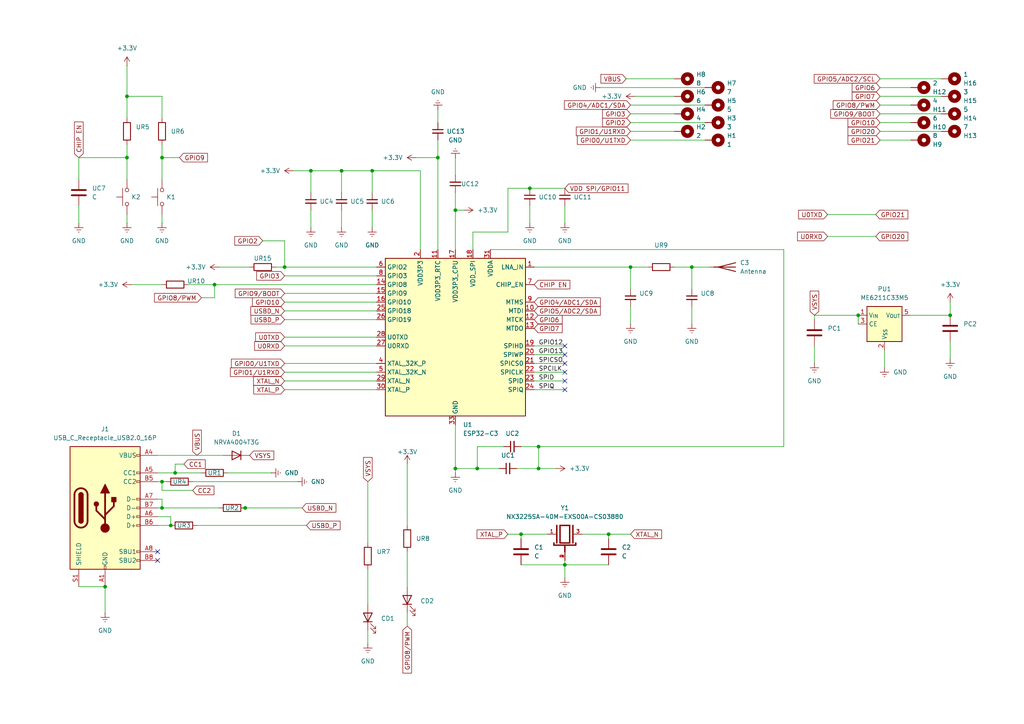
<source format=kicad_sch>
(kicad_sch (version 20231120) (generator "eeschema") (generator_version "8.0")
  (paper "A4")
  (title_block (title "ESP32-C3 ") (date "2025-01-08") (company "Asfandyar Khan"))
  (lib_symbols
    (symbol "Connector:USB_C_Receptacle_USB2.0_16P" (pin_names (offset 1.016))
      (property "Reference" "J" (at 0 22.225 0))
      (property "Value" "USB_C_Receptacle_USB2.0_16P" (at 0 19.685 0))
      (symbol "USB_C_Receptacle_USB2.0_16P_1_1"
        (pin passive line (at 0 -22.86 90) (length 5.08) (name "GND") (number "A1"))
        (pin passive line (at 0 -22.86 90) (length 5.08) hide (name "GND") (number "A12"))
        (pin passive line (at 15.24 15.24 180) (length 5.08) (name "VBUS") (number "A4"))
        (pin bidirectional line (at 15.24 10.16 180) (length 5.08) (name "CC1") (number "A5"))
        (pin bidirectional line (at 15.24 -2.54 180) (length 5.08) (name "D+") (number "A6"))
        (pin bidirectional line (at 15.24 2.54 180) (length 5.08) (name "D-") (number "A7"))
        (pin bidirectional line (at 15.24 -12.7 180) (length 5.08) (name "SBU1") (number "A8"))
        (pin passive line (at 15.24 15.24 180) (length 5.08) hide (name "VBUS") (number "A9"))
        (pin passive line (at 0 -22.86 90) (length 5.08) hide (name "GND") (number "B1"))
        (pin passive line (at 0 -22.86 90) (length 5.08) hide (name "GND") (number "B12"))
        (pin passive line (at 15.24 15.24 180) (length 5.08) hide (name "VBUS") (number "B4"))
        (pin bidirectional line (at 15.24 7.62 180) (length 5.08) (name "CC2") (number "B5"))
        (pin bidirectional line (at 15.24 -5.08 180) (length 5.08) (name "D+") (number "B6"))
        (pin bidirectional line (at 15.24 0 180) (length 5.08) (name "D-") (number "B7"))
        (pin bidirectional line (at 15.24 -15.24 180) (length 5.08) (name "SBU2") (number "B8"))
        (pin passive line (at 15.24 15.24 180) (length 5.08) hide (name "VBUS") (number "B9"))
        (pin passive line (at -7.62 -22.86 90) (length 5.08) (name "SHIELD") (number "S1"))
      )
    )
    (symbol "Device:Antenna" (pin_numbers hide) (pin_names (offset 1.016) hide)
      (property "Reference" "AE" (at -1.905 1.905 0))
      (property "Value" "Antenna" (at -1.905 0 0))
      (symbol "Antenna_1_1"
        (pin input line (at 0 -5.08 90) (length 2.54) (name "A") (number "1"))
      )
    )
    (symbol "Device:C" (pin_numbers hide) (pin_names (offset 0.254))
      (property "Reference" "C" (at 0.635 2.54 0))
      (property "Value" "C" (at 0.635 -2.54 0))
      (symbol "C_1_1"
        (pin passive line (at 0 3.81 270) (length 2.794) (name "~") (number "1"))
        (pin passive line (at 0 -3.81 90) (length 2.794) (name "~") (number "2"))
      )
    )
    (symbol "Device:C_Small" (pin_numbers hide) (pin_names (offset 0.254) hide)
      (property "Reference" "C" (at 0.254 1.778 0))
      (property "Value" "C_Small" (at 0.254 -2.032 0))
      (symbol "C_Small_1_1"
        (pin passive line (at 0 2.54 270) (length 2.032) (name "~") (number "1"))
        (pin passive line (at 0 -2.54 90) (length 2.032) (name "~") (number "2"))
      )
    )
    (symbol "Device:LED" (pin_numbers hide) (pin_names (offset 1.016) hide)
      (property "Reference" "D" (at 0 2.54 0))
      (property "Value" "LED" (at 0 -2.54 0))
      (symbol "LED_1_1"
        (pin passive line (at -3.81 0 0) (length 2.54) (name "K") (number "1"))
        (pin passive line (at 3.81 0 180) (length 2.54) (name "A") (number "2"))
      )
    )
    (symbol "Device:R" (pin_numbers hide) (pin_names (offset 0))
      (property "Reference" "R" (at 2.032 0 90))
      (property "Value" "R" (at 0 0 90))
      (symbol "R_1_1"
        (pin passive line (at 0 3.81 270) (length 1.27) (name "~") (number "1"))
        (pin passive line (at 0 -3.81 90) (length 1.27) (name "~") (number "2"))
      )
    )
    (symbol "Diode:NRVA4004T3G" (pin_numbers hide) (pin_names hide)
      (property "Reference" "D" (at 0 2.54 0))
      (property "Value" "NRVA4004T3G" (at 0 -2.54 0))
      (symbol "NRVA4004T3G_1_1"
        (pin passive line (at -3.81 0 0) (length 2.54) (name "K") (number "1"))
        (pin passive line (at 3.81 0 180) (length 2.54) (name "A") (number "2"))
      )
    )
    (symbol "MCU_Espressif:ESP32-C3"
      (property "Reference" "U" (at -17.272 23.876 0))
      (property "Value" "ESP32-C3" (at 16.256 23.876 0))
      (symbol "ESP32-C3_1_1"
        (pin bidirectional line (at 22.86 20.32 180) (length 2.54) (name "LNA_IN") (number "1"))
        (pin bidirectional line (at 22.86 7.62 180) (length 2.54) (name "MTDI") (number "10"))
        (pin power_in line (at -5.08 25.4 270) (length 2.54) (name "VDD3P3_RTC") (number "11"))
        (pin bidirectional line (at 22.86 5.08 180) (length 2.54) (name "MTCK") (number "12"))
        (pin bidirectional line (at 22.86 2.54 180) (length 2.54) (name "MTDO") (number "13"))
        (pin bidirectional line (at -22.86 15.24 0) (length 2.54) (name "GPIO8") (number "14"))
        (pin bidirectional line (at -22.86 12.7 0) (length 2.54) (name "GPIO9") (number "15"))
        (pin bidirectional line (at -22.86 10.16 0) (length 2.54) (name "GPIO10") (number "16"))
        (pin power_in line (at 0 25.4 270) (length 2.54) (name "VDD3P3_CPU") (number "17"))
        (pin power_out line (at 5.08 25.4 270) (length 2.54) (name "VDD_SPI") (number "18"))
        (pin bidirectional line (at 22.86 -2.54 180) (length 2.54) (name "SPIHD") (number "19"))
        (pin power_in line (at -10.16 25.4 270) (length 2.54) (name "VDD3P3") (number "2"))
        (pin bidirectional line (at 22.86 -5.08 180) (length 2.54) (name "SPIWP") (number "20"))
        (pin bidirectional line (at 22.86 -7.62 180) (length 2.54) (name "SPICS0") (number "21"))
        (pin bidirectional line (at 22.86 -10.16 180) (length 2.54) (name "SPICLK") (number "22"))
        (pin bidirectional line (at 22.86 -12.7 180) (length 2.54) (name "SPID") (number "23"))
        (pin bidirectional line (at 22.86 -15.24 180) (length 2.54) (name "SPIQ") (number "24"))
        (pin bidirectional line (at -22.86 7.62 0) (length 2.54) (name "GPIO18") (number "25"))
        (pin bidirectional line (at -22.86 5.08 0) (length 2.54) (name "GPIO19") (number "26"))
        (pin bidirectional line (at -22.86 -2.54 0) (length 2.54) (name "U0RXD") (number "27"))
        (pin bidirectional line (at -22.86 0 0) (length 2.54) (name "U0TXD") (number "28"))
        (pin bidirectional line (at -22.86 -12.7 0) (length 2.54) (name "XTAL_N") (number "29"))
        (pin passive line (at -10.16 25.4 270) (length 2.54) hide (name "VDD3P3") (number "3"))
        (pin bidirectional line (at -22.86 -15.24 0) (length 2.54) (name "XTAL_P") (number "30"))
        (pin power_in line (at 10.16 25.4 270) (length 2.54) (name "VDDA") (number "31"))
        (pin passive line (at 10.16 25.4 270) (length 2.54) hide (name "VDDA") (number "32"))
        (pin power_in line (at 0 -25.4 90) (length 2.54) (name "GND") (number "33"))
        (pin bidirectional line (at -22.86 -7.62 0) (length 2.54) (name "XTAL_32K_P") (number "4"))
        (pin bidirectional line (at -22.86 -10.16 0) (length 2.54) (name "XTAL_32K_N") (number "5"))
        (pin bidirectional line (at -22.86 20.32 0) (length 2.54) (name "GPIO2") (number "6"))
        (pin bidirectional line (at 22.86 15.24 180) (length 2.54) (name "CHIP_EN") (number "7"))
        (pin bidirectional line (at -22.86 17.78 0) (length 2.54) (name "GPIO3") (number "8"))
        (pin bidirectional line (at 22.86 10.16 180) (length 2.54) (name "MTMS") (number "9"))
      )
    )
    (symbol "Mechanical:MountingHole_Pad" (pin_numbers hide) (pin_names (offset 1.016) hide) (exclude_from_sim yes) (in_bom no)
      (property "Reference" "H" (at 0 6.35 0))
      (property "Value" "MountingHole_Pad" (at 0 4.445 0))
      (symbol "MountingHole_Pad_1_1"
        (pin input line (at 0 -2.54 90) (length 2.54) (name "1") (number "1"))
      )
    )
    (symbol "NX3225SA-40M-EXS00A-CS03880:NX3225SA-40M-EXS00A-CS03880" (pin_names (offset 1.016))
      (property "Reference" "Y" (at -5.08 6.35 0))
      (property "Value" "NX3225SA-40M-EXS00A-CS03880" (at -5.08 3.81 0))
      (symbol "NX3225SA-40M-EXS00A-CS03880_0_0"
        (pin passive line (at -5.08 0 0) (length 2.54) (name "~") (number "1"))
        (pin power_in line (at 0 -7.62 90) (length 2.54) (name "~") (number "2"))
        (pin passive line (at 5.08 0 180) (length 2.54) (name "~") (number "3"))
        (pin power_in line (at 0 -7.62 90) (length 2.54) (name "~") (number "4"))
      )
    )
    (symbol "Regulator_Linear:ME6211C33M5"
      (property "Reference" "U" (at -4.572 6.35 0))
      (property "Value" "ME6211C33M5" (at 10.16 8.636 0))
      (symbol "ME6211C33M5_1_1"
        (pin power_in line (at -7.62 2.54 0) (length 2.54) (name "V_{IN}") (number "1"))
        (pin power_in line (at 0 -7.62 90) (length 2.54) (name "V_{SS}") (number "2"))
        (pin input line (at -7.62 0 0) (length 2.54) (name "CE") (number "3"))
        (pin no_connect line (at 5.08 0 180) (length 2.54) hide (name "NC") (number "4"))
        (pin power_out line (at 7.62 2.54 180) (length 2.54) (name "V_{OUT}") (number "5"))
      )
    )
    (symbol "Switch:SW_Omron_B3FS" (pin_numbers hide) (pin_names (offset 1.016) hide)
      (property "Reference" "SW" (at 1.27 2.54 0))
      (property "Value" "SW_Omron_B3FS" (at 0 -1.524 0))
      (symbol "SW_Omron_B3FS_0_1"
        (pin passive line (at -5.08 0 0) (length 2.54) (name "1") (number "1"))
        (pin passive line (at 5.08 0 180) (length 2.54) (name "2") (number "2"))
      )
    )
    (symbol "power:+3.3V" (power) (pin_numbers hide) (pin_names (offset 0) hide)
      (property "Value" "+3.3V" (at 0 3.556 0))
      (symbol "+3.3V_1_1"
        (pin power_in line (at 0 0 90) (length 0) (name "~") (number "1"))
      )
    )
    (symbol "power:Earth" (power) (pin_numbers hide) (pin_names (offset 0) hide)
      (property "Value" "Earth" (at 0 -3.81 0))
      (symbol "Earth_1_1"
        (pin power_in line (at 0 0 270) (length 0) (name "~") (number "1"))
      )
    )
  )
  (junction (at 62.23 82.55))
  (junction (at 99.06 49.53))
  (junction (at 176.53 154.94))
  (junction (at 151.13 154.94))
  (junction (at 82.55 77.47))
  (junction (at 90.17 49.53))
  (junction (at 36.83 45.72))
  (junction (at 50.8 137.16))
  (junction (at 127 45.72))
  (junction (at 107.95 49.53))
  (junction (at 132.08 135.89))
  (junction (at 156.21 135.89))
  (junction (at 49.53 152.4))
  (junction (at 132.08 60.96))
  (junction (at 36.83 27.94))
  (junction (at 156.21 129.54))
  (junction (at 46.99 147.32))
  (junction (at 200.66 77.47))
  (junction (at 153.67 54.61))
  (junction (at 30.48 170.18))
  (junction (at 275.59 91.44))
  (junction (at 138.43 135.89))
  (junction (at 182.88 77.47))
  (junction (at 163.83 163.83))
  (junction (at 248.92 91.44))
  (junction (at 71.12 147.32))
  (junction (at 46.99 139.7))
  (junction (at 46.99 45.72))
  (no_connect (at 45.72 162.56))
  (no_connect (at 163.83 110.49))
  (no_connect (at 163.83 102.87))
  (no_connect (at 45.72 160.02))
  (no_connect (at 163.83 105.41))
  (no_connect (at 163.83 100.33))
  (no_connect (at 163.83 113.03))
  (no_connect (at 163.83 107.95))
  (wire (pts (xy 132.08 123.19) (xy 132.08 135.89)))
  (wire (pts (xy 82.55 87.63) (xy 109.22 87.63)))
  (wire (pts (xy 45.72 152.4) (xy 49.53 152.4)))
  (wire (pts (xy 118.11 160.02) (xy 118.11 170.18)))
  (wire (pts (xy 255.27 40.64) (xy 264.16 40.64)))
  (wire (pts (xy 146.05 129.54) (xy 138.43 129.54)))
  (wire (pts (xy 36.83 52.07) (xy 36.83 45.72)))
  (wire (pts (xy 154.94 102.87) (xy 163.83 102.87)))
  (wire (pts (xy 236.22 91.44) (xy 248.92 91.44)))
  (wire (pts (xy 154.94 107.95) (xy 163.83 107.95)))
  (wire (pts (xy 147.32 54.61) (xy 153.67 54.61)))
  (wire (pts (xy 163.83 162.56) (xy 163.83 163.83)))
  (wire (pts (xy 163.83 163.83) (xy 176.53 163.83)))
  (wire (pts (xy 127 45.72) (xy 120.65 45.72)))
  (wire (pts (xy 132.08 60.96) (xy 132.08 72.39)))
  (wire (pts (xy 106.68 139.7) (xy 106.68 157.48)))
  (wire (pts (xy 55.88 139.7) (xy 86.36 139.7)))
  (wire (pts (xy 154.94 110.49) (xy 163.83 110.49)))
  (wire (pts (xy 38.1 82.55) (xy 46.99 82.55)))
  (wire (pts (xy 76.2 69.85) (xy 82.55 69.85)))
  (wire (pts (xy 22.86 59.69) (xy 22.86 64.77)))
  (wire (pts (xy 142.24 72.39) (xy 227.33 72.39)))
  (wire (pts (xy 132.08 50.8) (xy 132.08 45.72)))
  (wire (pts (xy 275.59 87.63) (xy 275.59 91.44)))
  (wire (pts (xy 138.43 129.54) (xy 138.43 135.89)))
  (wire (pts (xy 255.27 38.1) (xy 273.05 38.1)))
  (wire (pts (xy 45.72 149.86) (xy 49.53 149.86)))
  (wire (pts (xy 255.27 25.4) (xy 264.16 25.4)))
  (wire (pts (xy 255.27 27.94) (xy 273.05 27.94)))
  (wire (pts (xy 154.94 113.03) (xy 163.83 113.03)))
  (wire (pts (xy 82.55 77.47) (xy 109.22 77.47)))
  (wire (pts (xy 49.53 149.86) (xy 49.53 152.4)))
  (wire (pts (xy 45.72 139.7) (xy 46.99 139.7)))
  (wire (pts (xy 71.12 147.32) (xy 69.85 147.32)))
  (wire (pts (xy 256.54 101.6) (xy 256.54 106.68)))
  (wire (pts (xy 82.55 69.85) (xy 82.55 77.47)))
  (wire (pts (xy 236.22 100.33) (xy 236.22 105.41)))
  (wire (pts (xy 118.11 177.8) (xy 118.11 181.61)))
  (wire (pts (xy 90.17 49.53) (xy 99.06 49.53)))
  (wire (pts (xy 46.99 45.72) (xy 52.07 45.72)))
  (wire (pts (xy 176.53 154.94) (xy 176.53 156.21)))
  (wire (pts (xy 45.72 132.08) (xy 64.77 132.08)))
  (wire (pts (xy 36.83 27.94) (xy 36.83 34.29)))
  (wire (pts (xy 132.08 135.89) (xy 138.43 135.89)))
  (wire (pts (xy 66.04 137.16) (xy 78.74 137.16)))
  (wire (pts (xy 151.13 129.54) (xy 156.21 129.54)))
  (wire (pts (xy 62.23 82.55) (xy 109.22 82.55)))
  (wire (pts (xy 227.33 129.54) (xy 156.21 129.54)))
  (wire (pts (xy 106.68 165.1) (xy 106.68 175.26)))
  (wire (pts (xy 121.92 49.53) (xy 107.95 49.53)))
  (wire (pts (xy 156.21 135.89) (xy 161.29 135.89)))
  (wire (pts (xy 46.99 34.29) (xy 46.99 27.94)))
  (wire (pts (xy 82.55 85.09) (xy 109.22 85.09)))
  (wire (pts (xy 127 31.75) (xy 127 35.56)))
  (wire (pts (xy 54.61 82.55) (xy 62.23 82.55)))
  (wire (pts (xy 22.86 45.72) (xy 22.86 52.07)))
  (wire (pts (xy 200.66 88.9) (xy 200.66 93.98)))
  (wire (pts (xy 182.88 88.9) (xy 182.88 93.98)))
  (wire (pts (xy 46.99 62.23) (xy 46.99 64.77)))
  (wire (pts (xy 153.67 59.69) (xy 153.67 64.77)))
  (wire (pts (xy 195.58 77.47) (xy 200.66 77.47)))
  (wire (pts (xy 121.92 72.39) (xy 121.92 49.53)))
  (wire (pts (xy 138.43 135.89) (xy 144.78 135.89)))
  (wire (pts (xy 45.72 137.16) (xy 50.8 137.16)))
  (wire (pts (xy 36.83 19.05) (xy 36.83 27.94)))
  (wire (pts (xy 182.88 83.82) (xy 182.88 77.47)))
  (wire (pts (xy 137.16 72.39) (xy 137.16 67.31)))
  (wire (pts (xy 182.88 38.1) (xy 195.58 38.1)))
  (wire (pts (xy 151.13 154.94) (xy 151.13 156.21)))
  (wire (pts (xy 82.55 107.95) (xy 109.22 107.95)))
  (wire (pts (xy 132.08 135.89) (xy 132.08 137.16)))
  (wire (pts (xy 154.94 105.41) (xy 163.83 105.41)))
  (wire (pts (xy 82.55 113.03) (xy 109.22 113.03)))
  (wire (pts (xy 55.88 142.24) (xy 46.99 142.24)))
  (wire (pts (xy 82.55 80.01) (xy 109.22 80.01)))
  (wire (pts (xy 200.66 77.47) (xy 205.74 77.47)))
  (wire (pts (xy 182.88 40.64) (xy 204.47 40.64)))
  (wire (pts (xy 137.16 67.31) (xy 147.32 67.31)))
  (wire (pts (xy 46.99 147.32) (xy 63.5 147.32)))
  (wire (pts (xy 106.68 182.88) (xy 106.68 186.69)))
  (wire (pts (xy 82.55 105.41) (xy 109.22 105.41)))
  (wire (pts (xy 181.61 22.86) (xy 195.58 22.86)))
  (wire (pts (xy 227.33 72.39) (xy 227.33 129.54)))
  (wire (pts (xy 248.92 91.44) (xy 248.92 93.98)))
  (wire (pts (xy 82.55 110.49) (xy 109.22 110.49)))
  (wire (pts (xy 57.15 152.4) (xy 88.9 152.4)))
  (wire (pts (xy 153.67 54.61) (xy 163.83 54.61)))
  (wire (pts (xy 154.94 100.33) (xy 163.83 100.33)))
  (wire (pts (xy 163.83 163.83) (xy 163.83 167.64)))
  (wire (pts (xy 36.83 45.72) (xy 22.86 45.72)))
  (wire (pts (xy 151.13 154.94) (xy 158.75 154.94)))
  (wire (pts (xy 90.17 55.88) (xy 90.17 49.53)))
  (wire (pts (xy 99.06 60.96) (xy 99.06 66.04)))
  (wire (pts (xy 107.95 60.96) (xy 107.95 66.04)))
  (wire (pts (xy 255.27 30.48) (xy 264.16 30.48)))
  (wire (pts (xy 184.15 27.94) (xy 195.58 27.94)))
  (wire (pts (xy 62.23 86.36) (xy 62.23 82.55)))
  (wire (pts (xy 240.03 68.58) (xy 254 68.58)))
  (wire (pts (xy 255.27 35.56) (xy 264.16 35.56)))
  (wire (pts (xy 80.01 77.47) (xy 82.55 77.47)))
  (wire (pts (xy 154.94 77.47) (xy 182.88 77.47)))
  (wire (pts (xy 99.06 49.53) (xy 107.95 49.53)))
  (wire (pts (xy 30.48 170.18) (xy 30.48 177.8)))
  (wire (pts (xy 36.83 62.23) (xy 36.83 64.77)))
  (wire (pts (xy 46.99 144.78) (xy 45.72 144.78)))
  (wire (pts (xy 240.03 62.23) (xy 254 62.23)))
  (wire (pts (xy 176.53 154.94) (xy 182.88 154.94)))
  (wire (pts (xy 71.12 147.32) (xy 87.63 147.32)))
  (wire (pts (xy 50.8 134.62) (xy 50.8 137.16)))
  (wire (pts (xy 132.08 55.88) (xy 132.08 60.96)))
  (wire (pts (xy 168.91 154.94) (xy 176.53 154.94)))
  (wire (pts (xy 264.16 91.44) (xy 275.59 91.44)))
  (wire (pts (xy 151.13 163.83) (xy 163.83 163.83)))
  (wire (pts (xy 82.55 97.79) (xy 109.22 97.79)))
  (wire (pts (xy 147.32 67.31) (xy 147.32 54.61)))
  (wire (pts (xy 107.95 55.88) (xy 107.95 49.53)))
  (wire (pts (xy 82.55 90.17) (xy 109.22 90.17)))
  (wire (pts (xy 173.99 25.4) (xy 204.47 25.4)))
  (wire (pts (xy 236.22 92.71) (xy 236.22 91.44)))
  (wire (pts (xy 127 40.64) (xy 127 45.72)))
  (wire (pts (xy 90.17 60.96) (xy 90.17 66.04)))
  (wire (pts (xy 46.99 45.72) (xy 46.99 52.07)))
  (wire (pts (xy 85.09 49.53) (xy 90.17 49.53)))
  (wire (pts (xy 63.5 77.47) (xy 72.39 77.47)))
  (wire (pts (xy 82.55 92.71) (xy 109.22 92.71)))
  (wire (pts (xy 45.72 147.32) (xy 46.99 147.32)))
  (wire (pts (xy 156.21 129.54) (xy 156.21 135.89)))
  (wire (pts (xy 127 72.39) (xy 127 45.72)))
  (wire (pts (xy 147.32 154.94) (xy 151.13 154.94)))
  (wire (pts (xy 149.86 135.89) (xy 156.21 135.89)))
  (wire (pts (xy 255.27 22.86) (xy 273.05 22.86)))
  (wire (pts (xy 182.88 33.02) (xy 195.58 33.02)))
  (wire (pts (xy 163.83 59.69) (xy 163.83 64.77)))
  (wire (pts (xy 36.83 41.91) (xy 36.83 45.72)))
  (wire (pts (xy 46.99 41.91) (xy 46.99 45.72)))
  (wire (pts (xy 255.27 33.02) (xy 273.05 33.02)))
  (wire (pts (xy 46.99 139.7) (xy 48.26 139.7)))
  (wire (pts (xy 82.55 100.33) (xy 109.22 100.33)))
  (wire (pts (xy 53.34 134.62) (xy 50.8 134.62)))
  (wire (pts (xy 46.99 142.24) (xy 46.99 139.7)))
  (wire (pts (xy 275.59 99.06) (xy 275.59 104.14)))
  (wire (pts (xy 182.88 30.48) (xy 204.47 30.48)))
  (wire (pts (xy 118.11 134.62) (xy 118.11 152.4)))
  (wire (pts (xy 58.42 86.36) (xy 62.23 86.36)))
  (wire (pts (xy 99.06 55.88) (xy 99.06 49.53)))
  (wire (pts (xy 50.8 137.16) (xy 58.42 137.16)))
  (wire (pts (xy 182.88 77.47) (xy 187.96 77.47)))
  (wire (pts (xy 46.99 147.32) (xy 46.99 144.78)))
  (wire (pts (xy 132.08 60.96) (xy 134.62 60.96)))
  (wire (pts (xy 22.86 170.18) (xy 30.48 170.18)))
  (wire (pts (xy 182.88 35.56) (xy 204.47 35.56)))
  (wire (pts (xy 46.99 27.94) (xy 36.83 27.94)))
  (wire (pts (xy 200.66 83.82) (xy 200.66 77.47)))
  (label "SPIQ" (at 156.21 113.03 0))
  (label "GPIO12" (at 156.21 100.33 0))
  (label "SPICSO" (at 156.21 105.41 0))
  (label "SPID" (at 156.21 110.49 0))
  (label "SPCILK" (at 156.21 107.95 0))
  (label "GPIO13" (at 156.21 102.87 0))
  (global_label "GPIO4{slash}ADC1{slash}SDA" (shape input) (at 154.94 87.63 0) (property "Intersheetrefs" "${INTERSHEET_REFS}" (effects (hide yes))))
  (global_label "USBD_N" (shape input) (at 87.63 147.32 0) (property "Intersheetrefs" "${INTERSHEET_REFS}" (effects (hide yes))))
  (global_label "XTAL_P" (shape input) (at 82.55 113.03 180) (property "Intersheetrefs" "${INTERSHEET_REFS}" (effects (hide yes))))
  (global_label "GPIO20" (shape input) (at 255.27 38.1 180) (property "Intersheetrefs" "${INTERSHEET_REFS}" (effects (hide yes))))
  (global_label "USBD_P" (shape input) (at 82.55 92.71 180) (property "Intersheetrefs" "${INTERSHEET_REFS}" (effects (hide yes))))
  (global_label "CHIP EN" (shape input) (at 22.86 45.72 90) (property "Intersheetrefs" "${INTERSHEET_REFS}" (effects (hide yes))))
  (global_label "USBD_P" (shape input) (at 88.9 152.4 0) (property "Intersheetrefs" "${INTERSHEET_REFS}" (effects (hide yes))))
  (global_label "GPIO21" (shape input) (at 254 62.23 0) (property "Intersheetrefs" "${INTERSHEET_REFS}" (effects (hide yes))))
  (global_label "GPIO5{slash}ADC2{slash}SDA" (shape input) (at 154.94 90.17 0) (property "Intersheetrefs" "${INTERSHEET_REFS}" (effects (hide yes))))
  (global_label "XTAL_P" (shape input) (at 147.32 154.94 180) (property "Intersheetrefs" "${INTERSHEET_REFS}" (effects (hide yes))))
  (global_label "GPIO8{slash}PWM" (shape input) (at 58.42 86.36 180) (property "Intersheetrefs" "${INTERSHEET_REFS}" (effects (hide yes))))
  (global_label "XTAL_N" (shape input) (at 82.55 110.49 180) (property "Intersheetrefs" "${INTERSHEET_REFS}" (effects (hide yes))))
  (global_label "GPIO9{slash}BOOT" (shape input) (at 82.55 85.09 180) (property "Intersheetrefs" "${INTERSHEET_REFS}" (effects (hide yes))))
  (global_label "GPIO6" (shape input) (at 154.94 92.71 0) (property "Intersheetrefs" "${INTERSHEET_REFS}" (effects (hide yes))))
  (global_label "GPIO7" (shape input) (at 154.94 95.25 0) (property "Intersheetrefs" "${INTERSHEET_REFS}" (effects (hide yes))))
  (global_label "GPIO8{slash}PWM" (shape input) (at 255.27 30.48 180) (property "Intersheetrefs" "${INTERSHEET_REFS}" (effects (hide yes))))
  (global_label "GPIO10" (shape input) (at 255.27 35.56 180) (property "Intersheetrefs" "${INTERSHEET_REFS}" (effects (hide yes))))
  (global_label "GPIO0{slash}U1TXD" (shape input) (at 182.88 40.64 180) (property "Intersheetrefs" "${INTERSHEET_REFS}" (effects (hide yes))))
  (global_label "U0RXD" (shape input) (at 240.03 68.58 180) (property "Intersheetrefs" "${INTERSHEET_REFS}" (effects (hide yes))))
  (global_label "GPIO9{slash}BOOT" (shape input) (at 255.27 33.02 180) (property "Intersheetrefs" "${INTERSHEET_REFS}" (effects (hide yes))))
  (global_label "CC1" (shape input) (at 53.34 134.62 0) (property "Intersheetrefs" "${INTERSHEET_REFS}" (effects (hide yes))))
  (global_label "GPIO9" (shape input) (at 52.07 45.72 0) (property "Intersheetrefs" "${INTERSHEET_REFS}" (effects (hide yes))))
  (global_label "GPIO3" (shape input) (at 182.88 33.02 180) (property "Intersheetrefs" "${INTERSHEET_REFS}" (effects (hide yes))))
  (global_label "CC2" (shape input) (at 55.88 142.24 0) (property "Intersheetrefs" "${INTERSHEET_REFS}" (effects (hide yes))))
  (global_label "U0RXD" (shape input) (at 82.55 100.33 180) (property "Intersheetrefs" "${INTERSHEET_REFS}" (effects (hide yes))))
  (global_label "VBUS" (shape input) (at 57.15 132.08 90) (property "Intersheetrefs" "${INTERSHEET_REFS}" (effects (hide yes))))
  (global_label "GPIO2" (shape input) (at 76.2 69.85 180) (property "Intersheetrefs" "${INTERSHEET_REFS}" (effects (hide yes))))
  (global_label "VSYS" (shape input) (at 106.68 139.7 90) (property "Intersheetrefs" "${INTERSHEET_REFS}" (effects (hide yes))))
  (global_label "GPIO1{slash}U1RXD" (shape input) (at 182.88 38.1 180) (property "Intersheetrefs" "${INTERSHEET_REFS}" (effects (hide yes))))
  (global_label "XTAL_N" (shape input) (at 182.88 154.94 0) (property "Intersheetrefs" "${INTERSHEET_REFS}" (effects (hide yes))))
  (global_label "GPIO7" (shape input) (at 255.27 27.94 180) (property "Intersheetrefs" "${INTERSHEET_REFS}" (effects (hide yes))))
  (global_label "U0TXD" (shape input) (at 82.55 97.79 180) (property "Intersheetrefs" "${INTERSHEET_REFS}" (effects (hide yes))))
  (global_label "GPIO10" (shape input) (at 82.55 87.63 180) (property "Intersheetrefs" "${INTERSHEET_REFS}" (effects (hide yes))))
  (global_label "U0TXD" (shape input) (at 240.03 62.23 180) (property "Intersheetrefs" "${INTERSHEET_REFS}" (effects (hide yes))))
  (global_label "VDD SPI{slash}GPIO11" (shape input) (at 163.83 54.61 0) (property "Intersheetrefs" "${INTERSHEET_REFS}" (effects (hide yes))))
  (global_label "GPIO2" (shape input) (at 182.88 35.56 180) (property "Intersheetrefs" "${INTERSHEET_REFS}" (effects (hide yes))))
  (global_label "GPIO4{slash}ADC1{slash}SDA" (shape input) (at 182.88 30.48 180) (property "Intersheetrefs" "${INTERSHEET_REFS}" (effects (hide yes))))
  (global_label "GPIO3" (shape input) (at 82.55 80.01 180) (property "Intersheetrefs" "${INTERSHEET_REFS}" (effects (hide yes))))
  (global_label "VSYS" (shape input) (at 236.22 91.44 90) (property "Intersheetrefs" "${INTERSHEET_REFS}" (effects (hide yes))))
  (global_label "VBUS" (shape input) (at 181.61 22.86 180) (property "Intersheetrefs" "${INTERSHEET_REFS}" (effects (hide yes))))
  (global_label "GPIO20" (shape input) (at 254 68.58 0) (property "Intersheetrefs" "${INTERSHEET_REFS}" (effects (hide yes))))
  (global_label "GPIO8{slash}PWM" (shape input) (at 118.11 181.61 270) (property "Intersheetrefs" "${INTERSHEET_REFS}" (effects (hide yes))))
  (global_label "GPIO0{slash}U1TXD" (shape input) (at 82.55 105.41 180) (property "Intersheetrefs" "${INTERSHEET_REFS}" (effects (hide yes))))
  (global_label "GPIO5{slash}ADC2{slash}SCL" (shape input) (at 255.27 22.86 180) (property "Intersheetrefs" "${INTERSHEET_REFS}" (effects (hide yes))))
  (global_label "GPIO1{slash}U1RXD" (shape input) (at 82.55 107.95 180) (property "Intersheetrefs" "${INTERSHEET_REFS}" (effects (hide yes))))
  (global_label "CHIP EN" (shape input) (at 154.94 82.55 0) (property "Intersheetrefs" "${INTERSHEET_REFS}" (effects (hide yes))))
  (global_label "VSYS" (shape input) (at 72.39 132.08 0) (property "Intersheetrefs" "${INTERSHEET_REFS}" (effects (hide yes))))
  (global_label "USBD_N" (shape input) (at 82.55 90.17 180) (property "Intersheetrefs" "${INTERSHEET_REFS}" (effects (hide yes))))
  (global_label "GPIO6" (shape input) (at 255.27 25.4 180) (property "Intersheetrefs" "${INTERSHEET_REFS}" (effects (hide yes))))
  (global_label "GPIO21" (shape input) (at 255.27 40.64 180) (property "Intersheetrefs" "${INTERSHEET_REFS}" (effects (hide yes))))
  (symbol (lib_id "Device:R") (at 46.99 38.1 0) (unit 1)
    (property "Reference" "UR6" (at 49.53 38.0999 0) (effects (justify left)))
    (property "Value" "10" (effects (hide yes)))
    (property "Footprint" "RC0201FR-0768KL:RESC0603X26N" (effects (hide yes)))
    (property "Description" "Resistor" (effects (hide yes)))
  )
  (symbol (lib_id "power:Earth") (at 132.08 45.72 180) (unit 1)
    (property "Reference" "#PWR011" (effects (hide yes)))
    (property "Value" "GND" (at 132.08 40.64 0))
    (property "Description" "Power symbol creates a global label with name \"Earth\"" (effects (hide yes)))
  )
  (symbol (lib_id "power:+3.3V") (at 120.65 45.72 90) (unit 1)
    (property "Reference" "#PWR08" (effects (hide yes)))
    (property "Value" "+3.3V" (at 116.84 45.7199 90) (effects (justify left)))
    (property "Description" "Power symbol creates a global label with name \"+3.3V\"" (effects (hide yes)))
  )
  (symbol (lib_id "power:+3.3V") (at 161.29 135.89 270) (unit 1)
    (property "Reference" "#PWR016" (effects (hide yes)))
    (property "Value" "+3.3V" (at 165.1 135.8899 90) (effects (justify left)))
    (property "Description" "Power symbol creates a global label with name \"+3.3V\"" (effects (hide yes)))
  )
  (symbol (lib_id "power:Earth") (at 163.83 64.77 0) (unit 1)
    (property "Reference" "#PWR014" (effects (hide yes)))
    (property "Value" "GND" (at 163.83 69.85 0))
    (property "Description" "Power symbol creates a global label with name \"Earth\"" (effects (hide yes)))
  )
  (symbol (lib_id "power:Earth") (at 163.83 167.64 0) (unit 1)
    (property "Reference" "#PWR017" (effects (hide yes)))
    (property "Value" "GND" (at 163.83 172.72 0))
    (property "Description" "Power symbol creates a global label with name \"Earth\"" (effects (hide yes)))
  )
  (symbol (lib_id "Device:C_Small") (at 200.66 86.36 0) (unit 1)
    (property "Reference" "UC8" (at 203.2 85.0962 0) (effects (justify left)))
    (property "Value" "C" (effects (hide yes)))
    (property "Footprint" "GRM033R61E431KA01D:CAPC0603X33N" (effects (hide yes)))
    (property "Description" "Unpolarized capacitor, small symbol" (effects (hide yes)))
  )
  (symbol (lib_id "power:Earth") (at 78.74 137.16 90) (unit 1)
    (property "Reference" "#PWR031" (effects (hide yes)))
    (property "Value" "GND" (at 82.55 137.1599 90) (effects (justify right)))
    (property "Description" "Power symbol creates a global label with name \"Earth\"" (effects (hide yes)))
  )
  (symbol (lib_id "power:+3.3V") (at 36.83 19.05 0) (unit 1)
    (property "Reference" "#PWR020" (effects (hide yes)))
    (property "Value" "+3.3V" (at 36.83 13.97 0))
    (property "Description" "Power symbol creates a global label with name \"+3.3V\"" (effects (hide yes)))
  )
  (symbol (lib_id "power:+3.3V") (at 184.15 27.94 90) (unit 1)
    (property "Reference" "#PWR028" (effects (hide yes)))
    (property "Value" "+3.3V" (at 180.34 27.9399 90) (effects (justify left)))
    (property "Description" "Power symbol creates a global label with name \"+3.3V\"" (effects (hide yes)))
  )
  (symbol (lib_id "MCU_Espressif:ESP32-C3") (at 132.08 97.79 0) (unit 1)
    (property "Reference" "U1" (at 134.2741 123.19 0) (effects (justify left)))
    (property "Value" "ESP32-C3" (at 134.2741 125.73 0) (effects (justify left)))
    (property "Footprint" "ESP32C3:QFN32_5X5MM" (effects (hide yes)))
    (property "Datasheet" "https://www.espressif.com/sites/default/files/documentation/esp32-c3_datasheet_en.pdf" (effects (hide yes)))
    (property "Description" "RF Module, ESP32 SoC, RISC-V, WiFi 802.11b/n/g, Bluetooth LE 5, QFN32" (effects (hide yes)))
  )
  (symbol (lib_id "Device:C_Small") (at 132.08 53.34 180) (unit 1)
    (property "Reference" "UC12" (at 138.938 53.34 0) (effects (justify left)))
    (property "Value" "C" (effects (hide yes)))
    (property "Footprint" "GRM033R61E431KA01D:CAPC0603X33N" (effects (hide yes)))
    (property "Description" "Unpolarized capacitor, small symbol" (effects (hide yes)))
  )
  (symbol (lib_id "Device:C") (at 22.86 55.88 0) (unit 1)
    (property "Reference" "UC7" (at 26.67 54.6099 0) (effects (justify left)))
    (property "Value" "C" (at 26.67 57.1499 0) (effects (justify left)))
    (property "Footprint" "GRM033R61E431KA01D:CAPC0603X33N" (effects (hide yes)))
    (property "Description" "Unpolarized capacitor" (effects (hide yes)))
  )
  (symbol (lib_id "power:Earth") (at 36.83 64.77 0) (unit 1)
    (property "Reference" "#PWR019" (effects (hide yes)))
    (property "Value" "GND" (at 36.83 69.85 0))
    (property "Description" "Power symbol creates a global label with name \"Earth\"" (effects (hide yes)))
  )
  (symbol (lib_id "power:Earth") (at 86.36 139.7 90) (unit 1)
    (property "Reference" "#PWR032" (effects (hide yes)))
    (property "Value" "GND" (at 90.17 139.6999 90) (effects (justify right)))
    (property "Description" "Power symbol creates a global label with name \"Earth\"" (effects (hide yes)))
  )
  (symbol (lib_id "Device:R") (at 191.77 77.47 90) (unit 1)
    (property "Reference" "UR9" (at 191.77 71.12 90))
    (property "Value" "R" (effects (hide yes)))
    (property "Footprint" "RC0201FR-0768KL:RESC0603X26N" (effects (hide yes)))
    (property "Description" "Resistor" (effects (hide yes)))
  )
  (symbol (lib_id "power:+3.3V") (at 85.09 49.53 90) (unit 1)
    (property "Reference" "#PWR06" (effects (hide yes)))
    (property "Value" "+3.3V" (at 81.28 49.5299 90) (effects (justify left)))
    (property "Description" "Power symbol creates a global label with name \"+3.3V\"" (effects (hide yes)))
  )
  (symbol (lib_id "Device:C_Small") (at 163.83 57.15 0) (unit 1)
    (property "Reference" "UC11" (at 166.37 57.1562 0) (effects (justify left)))
    (property "Value" "C" (effects (hide yes)))
    (property "Footprint" "GRM033R61E431KA01D:CAPC0603X33N" (effects (hide yes)))
    (property "Description" "Unpolarized capacitor, small symbol" (effects (hide yes)))
  )
  (symbol (lib_id "Mechanical:MountingHole_Pad") (at 266.7 35.56 270) (mirror x) (unit 1) (exclude_from_sim yes) (in_bom no)
    (property "Reference" "H10" (at 270.51 36.8301 90) (effects (justify left)))
    (property "Value" "6" (at 270.51 34.2901 90) (effects (justify left)))
    (property "Footprint" "Connector_Pin:Pin_D1.1mm_L8.5mm_W2.5mm_FlatFork" (effects (hide yes)))
    (property "Description" "Mounting Hole with connection" (effects (hide yes)))
  )
  (symbol (lib_id "power:Earth") (at 200.66 93.98 0) (unit 1)
    (property "Reference" "#PWR02" (effects (hide yes)))
    (property "Value" "GND" (at 200.66 99.06 0))
    (property "Description" "Power symbol creates a global label with name \"Earth\"" (effects (hide yes)))
  )
  (symbol (lib_id "Device:R") (at 36.83 38.1 0) (unit 1)
    (property "Reference" "UR5" (at 39.37 36.8299 0) (effects (justify left)))
    (property "Value" "R" (effects (hide yes)))
    (property "Footprint" "RC0201FR-0768KL:RESC0603X26N" (effects (hide yes)))
    (property "Description" "Resistor" (effects (hide yes)))
  )
  (symbol (lib_id "Mechanical:MountingHole_Pad") (at 207.01 30.48 270) (unit 1) (exclude_from_sim yes) (in_bom no)
    (property "Reference" "H5" (at 210.82 29.2099 90) (effects (justify left)))
    (property "Value" "5" (at 210.82 31.7499 90) (effects (justify left)))
    (property "Footprint" "Connector_Pin:Pin_D1.1mm_L8.5mm_W2.5mm_FlatFork" (effects (hide yes)))
    (property "Description" "Mounting Hole with connection" (effects (hide yes)))
  )
  (symbol (lib_id "Mechanical:MountingHole_Pad") (at 207.01 25.4 270) (unit 1) (exclude_from_sim yes) (in_bom no)
    (property "Reference" "H7" (at 210.82 24.1299 90) (effects (justify left)))
    (property "Value" "7" (at 210.82 26.6699 90) (effects (justify left)))
    (property "Footprint" "Connector_Pin:Pin_D1.1mm_L8.5mm_W2.5mm_FlatFork" (effects (hide yes)))
    (property "Description" "Mounting Hole with connection" (effects (hide yes)))
  )
  (symbol (lib_id "Mechanical:MountingHole_Pad") (at 275.59 38.1 270) (mirror x) (unit 1) (exclude_from_sim yes) (in_bom no)
    (property "Reference" "H13" (at 279.4 39.3701 90) (effects (justify left)))
    (property "Value" "7" (at 279.4 36.8301 90) (effects (justify left)))
    (property "Footprint" "Connector_Pin:Pin_D1.1mm_L8.5mm_W2.5mm_FlatFork" (effects (hide yes)))
    (property "Description" "Mounting Hole with connection" (effects (hide yes)))
  )
  (symbol (lib_id "power:Earth") (at 90.17 66.04 0) (unit 1)
    (property "Reference" "#PWR05" (effects (hide yes)))
    (property "Value" "GND" (at 90.17 71.12 0))
    (property "Description" "Power symbol creates a global label with name \"Earth\"" (effects (hide yes)))
  )
  (symbol (lib_id "power:Earth") (at 127 31.75 180) (unit 1)
    (property "Reference" "#PWR09" (effects (hide yes)))
    (property "Value" "GND" (at 127 26.67 0))
    (property "Description" "Power symbol creates a global label with name \"Earth\"" (effects (hide yes)))
  )
  (symbol (lib_id "Mechanical:MountingHole_Pad") (at 275.59 27.94 270) (mirror x) (unit 1) (exclude_from_sim yes) (in_bom no)
    (property "Reference" "H15" (at 279.4 29.2101 90) (effects (justify left)))
    (property "Value" "3" (at 279.4 26.6701 90) (effects (justify left)))
    (property "Footprint" "Connector_Pin:Pin_D1.1mm_L8.5mm_W2.5mm_FlatFork" (effects (hide yes)))
    (property "Description" "Mounting Hole with connection" (effects (hide yes)))
  )
  (symbol (lib_id "Mechanical:MountingHole_Pad") (at 275.59 33.02 270) (mirror x) (unit 1) (exclude_from_sim yes) (in_bom no)
    (property "Reference" "H14" (at 279.4 34.2901 90) (effects (justify left)))
    (property "Value" "5" (at 279.4 31.7501 90) (effects (justify left)))
    (property "Footprint" "Connector_Pin:Pin_D1.1mm_L8.5mm_W2.5mm_FlatFork" (effects (hide yes)))
    (property "Description" "Mounting Hole with connection" (effects (hide yes)))
  )
  (symbol (lib_id "Device:C") (at 275.59 95.25 0) (unit 1)
    (property "Reference" "PC2" (at 279.4 93.9799 0) (effects (justify left)))
    (property "Value" "C" (effects (hide yes)))
    (property "Footprint" "C0402C152J5GACTU:CAPC1005X55N" (effects (hide yes)))
    (property "Description" "Unpolarized capacitor" (effects (hide yes)))
  )
  (symbol (lib_id "Mechanical:MountingHole_Pad") (at 266.7 25.4 270) (mirror x) (unit 1) (exclude_from_sim yes) (in_bom no)
    (property "Reference" "H12" (at 270.51 26.6701 90) (effects (justify left)))
    (property "Value" "2" (at 270.51 24.1301 90) (effects (justify left)))
    (property "Footprint" "Connector_Pin:Pin_D1.1mm_L8.5mm_W2.5mm_FlatFork" (effects (hide yes)))
    (property "Description" "Mounting Hole with connection" (effects (hide yes)))
  )
  (symbol (lib_id "Device:R") (at 106.68 161.29 0) (unit 1)
    (property "Reference" "UR7" (at 109.22 160.0199 0) (effects (justify left)))
    (property "Value" "R" (effects (hide yes)))
    (property "Footprint" "RC0201FR-0768KL:RESC0603X26N" (effects (hide yes)))
    (property "Description" "Resistor" (effects (hide yes)))
  )
  (symbol (lib_id "NX3225SA-40M-EXS00A-CS03880:NX3225SA-40M-EXS00A-CS03880") (at 163.83 154.94 0) (unit 1)
    (property "Reference" "Y1" (at 163.83 147.32 0))
    (property "Value" "NX3225SA-40M-EXS00A-CS03880" (at 163.83 149.86 0))
    (property "Footprint" "NX3225SA-40M-EXS00A-CS03880:OSCCC320X250X60" (effects (hide yes)))
    (property "MF" "NDK America, Inc." (effects (hide yes)))
    (property "MAXIMUM_PACKAGE_HEIGHT" "0.6 mm" (effects (hide yes)))
    (property "Package" "SMD-4 NDK America," (effects (hide yes)))
    (property "Price" "None" (effects (hide yes)))
    (property "Check_prices" "https://www.snapeda.com/parts/NX3225SA-40M-EXS00A-CS03880/NDK/view-part/?ref=eda" (effects (hide yes)))
    (property "STANDARD" "IPC 7351B" (effects (hide yes)))
    (property "PARTREV" "August.07.2014" (effects (hide yes)))
    (property "SnapEDA_Link" "https://www.snapeda.com/parts/NX3225SA-40M-EXS00A-CS03880/NDK/view-part/?ref=snap" (effects (hide yes)))
    (property "MP" "NX3225SA-40M-EXS00A-CS03880" (effects (hide yes)))
    (property "Description_1" "\n                        \n                            40 MHz ±10ppm Crystal 10pF 50 Ohms 4-SMD, No Lead\n                        \n" (effects (hide yes)))
    (property "Availability" "In Stock" (effects (hide yes)))
    (property "MANUFACTURER" "NDK" (effects (hide yes)))
  )
  (symbol (lib_id "Device:C") (at 151.13 160.02 0) (unit 1)
    (property "Reference" "C1" (at 154.94 158.7499 0) (effects (justify left)))
    (property "Value" "C" (at 154.94 161.2899 0) (effects (justify left)))
    (property "Footprint" "GRM033R61E431KA01D:CAPC0603X33N" (effects (hide yes)))
    (property "Description" "Unpolarized capacitor" (effects (hide yes)))
  )
  (symbol (lib_id "power:Earth") (at 132.08 137.16 0) (unit 1)
    (property "Reference" "#PWR015" (effects (hide yes)))
    (property "Value" "GND" (at 132.08 142.24 0))
    (property "Description" "Power symbol creates a global label with name \"Earth\"" (effects (hide yes)))
  )
  (symbol (lib_id "power:Earth") (at 46.99 64.77 0) (unit 1)
    (property "Reference" "#PWR021" (effects (hide yes)))
    (property "Value" "GND" (at 46.99 69.85 0))
    (property "Description" "Power symbol creates a global label with name \"Earth\"" (effects (hide yes)))
  )
  (symbol (lib_id "power:Earth") (at 173.99 25.4 270) (unit 1)
    (property "Reference" "#PWR027" (effects (hide yes)))
    (property "Value" "GND" (at 170.18 25.3999 90) (effects (justify right)))
    (property "Description" "Power symbol creates a global label with name \"Earth\"" (effects (hide yes)))
  )
  (symbol (lib_id "power:Earth") (at 22.86 64.77 0) (unit 1)
    (property "Reference" "#PWR018" (effects (hide yes)))
    (property "Value" "GND" (at 22.86 69.85 0))
    (property "Description" "Power symbol creates a global label with name \"Earth\"" (effects (hide yes)))
  )
  (symbol (lib_id "Mechanical:MountingHole_Pad") (at 198.12 22.86 270) (unit 1) (exclude_from_sim yes) (in_bom no)
    (property "Reference" "H8" (at 201.93 21.5899 90) (effects (justify left)))
    (property "Value" "8" (at 201.93 24.1299 90) (effects (justify left)))
    (property "Footprint" "Connector_Pin:Pin_D1.1mm_L8.5mm_W2.5mm_FlatFork" (effects (hide yes)))
    (property "Description" "Mounting Hole with connection" (effects (hide yes)))
  )
  (symbol (lib_id "Mechanical:MountingHole_Pad") (at 198.12 27.94 270) (unit 1) (exclude_from_sim yes) (in_bom no)
    (property "Reference" "H6" (at 201.93 26.6699 90) (effects (justify left)))
    (property "Value" "6" (at 201.93 29.2099 90) (effects (justify left)))
    (property "Footprint" "Connector_Pin:Pin_D1.1mm_L8.5mm_W2.5mm_FlatFork" (effects (hide yes)))
    (property "Description" "Mounting Hole with connection" (effects (hide yes)))
  )
  (symbol (lib_id "power:+3.3V") (at 63.5 77.47 90) (unit 1)
    (property "Reference" "#PWR07" (effects (hide yes)))
    (property "Value" "+3.3V" (at 59.69 77.4699 90) (effects (justify left)))
    (property "Description" "Power symbol creates a global label with name \"+3.3V\"" (effects (hide yes)))
  )
  (symbol (lib_id "Device:C_Small") (at 147.32 135.89 90) (unit 1)
    (property "Reference" "UC1" (at 147.3263 132.08 90))
    (property "Value" "C" (effects (hide yes)))
    (property "Footprint" "GRM033R61E431KA01D:CAPC0603X33N" (effects (hide yes)))
    (property "Description" "Unpolarized capacitor, small symbol" (effects (hide yes)))
  )
  (symbol (lib_id "Mechanical:MountingHole_Pad") (at 266.7 40.64 270) (mirror x) (unit 1) (exclude_from_sim yes) (in_bom no)
    (property "Reference" "H9" (at 270.51 41.9101 90) (effects (justify left)))
    (property "Value" "8" (at 270.51 39.3701 90) (effects (justify left)))
    (property "Footprint" "Connector_Pin:Pin_D1.1mm_L8.5mm_W2.5mm_FlatFork" (effects (hide yes)))
    (property "Description" "Mounting Hole with connection" (effects (hide yes)))
  )
  (symbol (lib_id "Device:R") (at 118.11 156.21 0) (unit 1)
    (property "Reference" "UR8" (at 120.65 156.2099 0) (effects (justify left)))
    (property "Value" "R" (effects (hide yes)))
    (property "Footprint" "RC0201FR-0768KL:RESC0603X26N" (effects (hide yes)))
    (property "Description" "Resistor" (effects (hide yes)))
  )
  (symbol (lib_id "Device:R") (at 62.23 137.16 90) (unit 1)
    (property "Reference" "UR1" (at 62.23 137.16 90))
    (property "Value" "R" (effects (hide yes)))
    (property "Footprint" "RC0201FR-0768KL:RESC0603X26N" (effects (hide yes)))
    (property "Description" "Resistor" (effects (hide yes)))
  )
  (symbol (lib_id "Device:C_Small") (at 182.88 86.36 0) (unit 1)
    (property "Reference" "UC9" (at 185.42 85.0962 0) (effects (justify left)))
    (property "Value" "C" (effects (hide yes)))
    (property "Footprint" "GRM033R61E431KA01D:CAPC0603X33N" (effects (hide yes)))
    (property "Description" "Unpolarized capacitor, small symbol" (effects (hide yes)))
  )
  (symbol (lib_id "Device:C_Small") (at 148.59 129.54 90) (unit 1)
    (property "Reference" "UC2" (at 148.5963 125.73 90))
    (property "Value" "C" (effects (hide yes)))
    (property "Footprint" "GRM033R61E431KA01D:CAPC0603X33N" (effects (hide yes)))
    (property "Description" "Unpolarized capacitor, small symbol" (effects (hide yes)))
  )
  (symbol (lib_id "power:+3.3V") (at 118.11 134.62 0) (unit 1)
    (property "Reference" "#PWR023" (effects (hide yes)))
    (property "Value" "+3.3V" (at 118.11 131.064 0))
    (property "Description" "Power symbol creates a global label with name \"+3.3V\"" (effects (hide yes)))
  )
  (symbol (lib_id "power:+3.3V") (at 38.1 82.55 90) (unit 1)
    (property "Reference" "#PWR010" (effects (hide yes)))
    (property "Value" "+3.3V" (at 34.29 82.5499 90) (effects (justify left)))
    (property "Description" "Power symbol creates a global label with name \"+3.3V\"" (effects (hide yes)))
  )
  (symbol (lib_id "power:Earth") (at 107.95 66.04 0) (unit 1)
    (property "Reference" "#PWR04" (effects (hide yes)))
    (property "Value" "GND" (at 107.95 71.12 0))
    (property "Description" "Power symbol creates a global label with name \"Earth\"" (effects (hide yes)))
  )
  (symbol (lib_id "Mechanical:MountingHole_Pad") (at 207.01 35.56 270) (unit 1) (exclude_from_sim yes) (in_bom no)
    (property "Reference" "H3" (at 210.82 34.2899 90) (effects (justify left)))
    (property "Value" "3" (at 210.82 36.8299 90) (effects (justify left)))
    (property "Footprint" "Connector_Pin:Pin_D1.1mm_L8.5mm_W2.5mm_FlatFork" (effects (hide yes)))
    (property "Description" "Mounting Hole with connection" (effects (hide yes)))
  )
  (symbol (lib_id "power:Earth") (at 99.06 66.04 0) (unit 1)
    (property "Reference" "#PWR03" (effects (hide yes)))
    (property "Value" "GND" (at 99.06 71.12 0))
    (property "Description" "Power symbol creates a global label with name \"Earth\"" (effects (hide yes)))
  )
  (symbol (lib_id "Device:C_Small") (at 127 38.1 0) (unit 1)
    (property "Reference" "UC13" (at 129.54 38.1062 0) (effects (justify left)))
    (property "Value" "C" (effects (hide yes)))
    (property "Footprint" "GRM033R61E431KA01D:CAPC0603X33N" (effects (hide yes)))
    (property "Description" "Unpolarized capacitor, small symbol" (effects (hide yes)))
  )
  (symbol (lib_id "Device:C_Small") (at 107.95 58.42 0) (unit 1)
    (property "Reference" "UC6" (at 110.49 58.4262 0) (effects (justify left)))
    (property "Value" "C" (effects (hide yes)))
    (property "Footprint" "GRM033R61E431KA01D:CAPC0603X33N" (effects (hide yes)))
    (property "Description" "Unpolarized capacitor, small symbol" (effects (hide yes)))
  )
  (symbol (lib_id "Device:C") (at 176.53 160.02 0) (unit 1)
    (property "Reference" "C2" (at 180.34 158.7499 0) (effects (justify left)))
    (property "Value" "C" (at 180.34 161.2899 0) (effects (justify left)))
    (property "Footprint" "GRM033R61E431KA01D:CAPC0603X33N" (effects (hide yes)))
    (property "Description" "Unpolarized capacitor" (effects (hide yes)))
  )
  (symbol (lib_id "Mechanical:MountingHole_Pad") (at 266.7 30.48 270) (mirror x) (unit 1) (exclude_from_sim yes) (in_bom no)
    (property "Reference" "H11" (at 270.51 31.7501 90) (effects (justify left)))
    (property "Value" "4" (at 270.51 29.2101 90) (effects (justify left)))
    (property "Footprint" "Connector_Pin:Pin_D1.1mm_L8.5mm_W2.5mm_FlatFork" (effects (hide yes)))
    (property "Description" "Mounting Hole with connection" (effects (hide yes)))
  )
  (symbol (lib_id "Device:R") (at 52.07 139.7 90) (unit 1)
    (property "Reference" "UR4" (at 52.07 139.7 90))
    (property "Value" "R" (effects (hide yes)))
    (property "Footprint" "RC0201FR-0768KL:RESC0603X26N" (effects (hide yes)))
    (property "Description" "Resistor" (effects (hide yes)))
  )
  (symbol (lib_id "power:Earth") (at 256.54 106.68 0) (unit 1)
    (property "Reference" "#PWR030" (effects (hide yes)))
    (property "Value" "GND" (at 259.08 107.9499 0) (effects (justify left)))
    (property "Description" "Power symbol creates a global label with name \"Earth\"" (effects (hide yes)))
  )
  (symbol (lib_id "Device:R") (at 76.2 77.47 90) (unit 1)
    (property "Reference" "UR15" (at 76.2 74.93 90))
    (property "Value" "R" (effects (hide yes)))
    (property "Footprint" "RC0201FR-0768KL:RESC0603X26N" (effects (hide yes)))
    (property "Description" "Resistor" (effects (hide yes)))
  )
  (symbol (lib_id "Device:LED") (at 106.68 179.07 90) (unit 1)
    (property "Reference" "CD1" (at 110.49 179.3874 90) (effects (justify right)))
    (property "Value" "LED" (effects (hide yes)))
    (property "Footprint" "SM0603UYC:LED_SM0603UYC" (effects (hide yes)))
    (property "Description" "Light emitting diode" (effects (hide yes)))
  )
  (symbol (lib_id "Regulator_Linear:ME6211C33M5") (at 256.54 93.98 0) (unit 1)
    (property "Reference" "PU1" (at 256.54 83.82 0))
    (property "Value" "ME6211C33M5" (at 256.54 86.36 0))
    (property "Footprint" "LP3985IM5-3.3:SOT95P280X145-5N" (effects (hide yes)))
    (property "Datasheet" "https://www.lcsc.com/datasheet/lcsc_datasheet_2304140030_MICRONE-Nanjing-Micro-One-Elec-ME6211C33R5G_C235316.pdf" (effects (hide yes)))
    (property "Description" "500mA low dropout linear regulator, shutdown pin, 6.5V max input voltage, 3.3V fixed positive output, SOT-23-5" (effects (hide yes)))
  )
  (symbol (lib_id "power:Earth") (at 106.68 186.69 0) (unit 1)
    (property "Reference" "#PWR022" (effects (hide yes)))
    (property "Value" "GND" (at 106.68 191.77 0))
    (property "Description" "Power symbol creates a global label with name \"Earth\"" (effects (hide yes)))
  )
  (symbol (lib_id "Device:R") (at 67.31 147.32 90) (unit 1)
    (property "Reference" "UR2" (at 67.31 147.32 90))
    (property "Value" "R" (effects (hide yes)))
    (property "Footprint" "RC0201FR-0768KL:RESC0603X26N" (effects (hide yes)))
    (property "Description" "Resistor" (effects (hide yes)))
  )
  (symbol (lib_id "Device:R") (at 50.8 82.55 90) (unit 1)
    (property "Reference" "UR10" (at 56.896 81.534 90))
    (property "Value" "R" (effects (hide yes)))
    (property "Footprint" "RC0201FR-0768KL:RESC0603X26N" (effects (hide yes)))
    (property "Description" "Resistor" (effects (hide yes)))
  )
  (symbol (lib_id "Device:LED") (at 118.11 173.99 90) (unit 1)
    (property "Reference" "CD2" (at 121.92 174.3074 90) (effects (justify right)))
    (property "Value" "LED" (effects (hide yes)))
    (property "Footprint" "SM0603UYC:LED_SM0603UYC" (effects (hide yes)))
    (property "Description" "Light emitting diode" (effects (hide yes)))
  )
  (symbol (lib_id "Device:C_Small") (at 90.17 58.42 0) (unit 1)
    (property "Reference" "UC4" (at 92.71 58.4262 0) (effects (justify left)))
    (property "Value" "C" (effects (hide yes)))
    (property "Footprint" "C0402C152J5GACTU:CAPC1005X55N" (effects (hide yes)))
    (property "Description" "Unpolarized capacitor, small symbol" (effects (hide yes)))
  )
  (symbol (lib_id "Device:C") (at 236.22 96.52 0) (unit 1)
    (property "Reference" "PC1" (at 240.03 95.2499 0) (effects (justify left)))
    (property "Value" "C" (effects (hide yes)))
    (property "Footprint" "C0402C152J5GACTU:CAPC1005X55N" (effects (hide yes)))
    (property "Description" "Unpolarized capacitor" (effects (hide yes)))
  )
  (symbol (lib_id "Mechanical:MountingHole_Pad") (at 198.12 38.1 270) (unit 1) (exclude_from_sim yes) (in_bom no)
    (property "Reference" "H2" (at 201.93 36.8299 90) (effects (justify left)))
    (property "Value" "2" (at 201.93 39.3699 90) (effects (justify left)))
    (property "Footprint" "Connector_Pin:Pin_D1.1mm_L8.5mm_W2.5mm_FlatFork" (effects (hide yes)))
    (property "Description" "Mounting Hole with connection" (effects (hide yes)))
  )
  (symbol (lib_id "Switch:SW_Omron_B3FS") (at 36.83 57.15 90) (unit 1)
    (property "Reference" "K2" (at 38.1 57.1499 90) (effects (justify right)))
    (property "Value" "SW_Omron_B3FS" (effects (hide yes)))
    (property "Footprint" "SKRKAEE010:SKRK" (effects (hide yes)))
    (property "Datasheet" "https://omronfs.omron.com/en_US/ecb/products/pdf/en-b3fs.pdf" (effects (hide yes)))
    (property "Description" "Omron B3FS 6x6mm single pole normally-open tactile switch" (effects (hide yes)))
  )
  (symbol (lib_id "power:Earth") (at 153.67 64.77 0) (unit 1)
    (property "Reference" "#PWR013" (effects (hide yes)))
    (property "Value" "GND" (at 153.67 69.85 0))
    (property "Description" "Power symbol creates a global label with name \"Earth\"" (effects (hide yes)))
  )
  (symbol (lib_id "power:Earth") (at 182.88 93.98 0) (unit 1)
    (property "Reference" "#PWR01" (effects (hide yes)))
    (property "Value" "GND" (at 182.88 99.06 0))
    (property "Description" "Power symbol creates a global label with name \"Earth\"" (effects (hide yes)))
  )
  (symbol (lib_id "Connector:USB_C_Receptacle_USB2.0_16P") (at 30.48 147.32 0) (unit 1)
    (property "Reference" "J1" (at 30.48 124.46 0))
    (property "Value" "USB_C_Receptacle_USB2.0_16P" (at 30.48 127 0))
    (property "Footprint" "USB4105GFA:GCT_USB4105GFA" (effects (hide yes)))
    (property "Datasheet" "https://www.usb.org/sites/default/files/documents/usb_type-c.zip" (effects (hide yes)))
    (property "Description" "USB 2.0-only 16P Type-C Receptacle connector" (effects (hide yes)))
  )
  (symbol (lib_id "Switch:SW_Omron_B3FS") (at 46.99 57.15 90) (unit 1)
    (property "Reference" "K1" (at 48.26 57.1499 90) (effects (justify right)))
    (property "Value" "SW_Omron_B3FS" (effects (hide yes)))
    (property "Footprint" "SKRKAEE010:SKRK" (effects (hide yes)))
    (property "Datasheet" "https://omronfs.omron.com/en_US/ecb/products/pdf/en-b3fs.pdf" (effects (hide yes)))
    (property "Description" "Omron B3FS 6x6mm single pole normally-open tactile switch" (effects (hide yes)))
  )
  (symbol (lib_id "Mechanical:MountingHole_Pad") (at 275.59 22.86 270) (mirror x) (unit 1) (exclude_from_sim yes) (in_bom no)
    (property "Reference" "H16" (at 279.4 24.1301 90) (effects (justify left)))
    (property "Value" "1" (at 279.4 21.5901 90) (effects (justify left)))
    (property "Footprint" "Connector_Pin:Pin_D1.1mm_L8.5mm_W2.5mm_FlatFork" (effects (hide yes)))
    (property "Description" "Mounting Hole with connection" (effects (hide yes)))
  )
  (symbol (lib_id "Device:C_Small") (at 99.06 58.42 0) (unit 1)
    (property "Reference" "UC5" (at 101.6 58.4262 0) (effects (justify left)))
    (property "Value" "C" (effects (hide yes)))
    (property "Footprint" "GRM033R61E431KA01D:CAPC0603X33N" (effects (hide yes)))
    (property "Description" "Unpolarized capacitor, small symbol" (effects (hide yes)))
  )
  (symbol (lib_id "Mechanical:MountingHole_Pad") (at 207.01 40.64 270) (unit 1) (exclude_from_sim yes) (in_bom no)
    (property "Reference" "H1" (at 210.82 39.3699 90) (effects (justify left)))
    (property "Value" "1" (at 210.82 41.9099 90) (effects (justify left)))
    (property "Footprint" "Connector_Pin:Pin_D1.1mm_L8.5mm_W2.5mm_FlatFork" (effects (hide yes)))
    (property "Description" "Mounting Hole with connection" (effects (hide yes)))
  )
  (symbol (lib_id "Diode:NRVA4004T3G") (at 68.58 132.08 180) (unit 1)
    (property "Reference" "D1" (at 68.58 125.73 0))
    (property "Value" "NRVA4004T3G" (at 68.58 128.27 0))
    (property "Footprint" "Diode_SMD:D_SOD-323F" (effects (hide yes)))
    (property "Datasheet" "http://www.onsemi.com/pub_link/Collateral/MRA4003T3-D.PDF" (effects (hide yes)))
    (property "Description" "400V, 1A, General Purpose Rectifier Diode, SMA(DO-214AC)" (effects (hide yes)))
    (property "Sim.Device" "D" (effects (hide yes)))
    (property "Sim.Pins" "1=K 2=A" (effects (hide yes)))
  )
  (symbol (lib_id "power:+3.3V") (at 134.62 60.96 270) (unit 1)
    (property "Reference" "#PWR012" (effects (hide yes)))
    (property "Value" "+3.3V" (at 138.43 60.9599 90) (effects (justify left)))
    (property "Description" "Power symbol creates a global label with name \"+3.3V\"" (effects (hide yes)))
  )
  (symbol (lib_id "Mechanical:MountingHole_Pad") (at 198.12 33.02 270) (unit 1) (exclude_from_sim yes) (in_bom no)
    (property "Reference" "H4" (at 201.93 31.7499 90) (effects (justify left)))
    (property "Value" "4" (at 201.93 34.2899 90) (effects (justify left)))
    (property "Footprint" "Connector_Pin:Pin_D1.1mm_L8.5mm_W2.5mm_FlatFork" (effects (hide yes)))
    (property "Description" "Mounting Hole with connection" (effects (hide yes)))
  )
  (symbol (lib_id "power:Earth") (at 30.48 177.8 0) (unit 1)
    (property "Reference" "#PWR026" (effects (hide yes)))
    (property "Value" "GND" (at 30.48 182.88 0))
    (property "Description" "Power symbol creates a global label with name \"Earth\"" (effects (hide yes)))
  )
  (symbol (lib_id "Device:C_Small") (at 153.67 57.15 0) (unit 1)
    (property "Reference" "UC10" (at 156.21 57.1562 0) (effects (justify left)))
    (property "Value" "C" (effects (hide yes)))
    (property "Footprint" "GRM033R61E431KA01D:CAPC0603X33N" (effects (hide yes)))
    (property "Description" "Unpolarized capacitor, small symbol" (effects (hide yes)))
  )
  (symbol (lib_id "power:+3.3V") (at 275.59 87.63 0) (unit 1)
    (property "Reference" "#PWR025" (effects (hide yes)))
    (property "Value" "+3.3V" (at 275.59 82.55 0))
    (property "Description" "Power symbol creates a global label with name \"+3.3V\"" (effects (hide yes)))
  )
  (symbol (lib_id "power:Earth") (at 236.22 105.41 0) (unit 1)
    (property "Reference" "#PWR029" (effects (hide yes)))
    (property "Value" "GND" (at 236.22 110.49 0))
    (property "Description" "Power symbol creates a global label with name \"Earth\"" (effects (hide yes)))
  )
  (symbol (lib_id "Device:Antenna") (at 210.82 77.47 270) (unit 1)
    (property "Reference" "C3" (at 214.63 76.1999 90) (effects (justify left)))
    (property "Value" "Antenna" (at 214.63 78.7399 90) (effects (justify left)))
    (property "Description" "Antenna" (effects (hide yes)))
  )
  (symbol (lib_id "Device:R") (at 53.34 152.4 90) (unit 1)
    (property "Reference" "UR3" (at 53.34 152.4 90))
    (property "Value" "R" (effects (hide yes)))
    (property "Footprint" "RC0201FR-0768KL:RESC0603X26N" (effects (hide yes)))
    (property "Description" "Resistor" (effects (hide yes)))
  )
  (symbol (lib_id "power:Earth") (at 275.59 104.14 0) (unit 1)
    (property "Reference" "#PWR024" (effects (hide yes)))
    (property "Value" "GND" (at 275.59 109.22 0))
    (property "Description" "Power symbol creates a global label with name \"Earth\"" (effects (hide yes)))
  )
)
</source>
